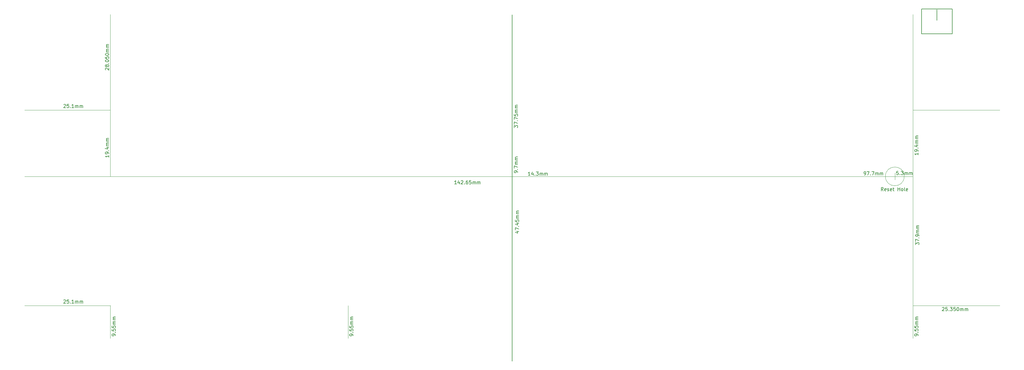
<source format=gbr>
G04 #@! TF.GenerationSoftware,KiCad,Pcbnew,(6.0.0-rc1-dev-1469-g932b9a334)*
G04 #@! TF.CreationDate,2019-09-07T17:34:57-07:00
G04 #@! TF.ProjectId,Laptreus-v2,4c617074-7265-4757-932d-76322e6b6963,rev?*
G04 #@! TF.SameCoordinates,Original*
G04 #@! TF.FileFunction,Drawing*
%FSLAX46Y46*%
G04 Gerber Fmt 4.6, Leading zero omitted, Abs format (unit mm)*
G04 Created by KiCad (PCBNEW (6.0.0-rc1-dev-1469-g932b9a334)) date Saturday, September 07, 2019 at 05:34:57 PM*
%MOMM*%
%LPD*%
G04 APERTURE LIST*
%ADD10C,0.150000*%
%ADD11C,0.100000*%
G04 APERTURE END LIST*
D10*
X232988940Y-71493528D02*
X232988940Y-172993527D01*
D11*
G04 #@! TO.C,BOARD1*
X232999645Y-118895053D02*
X90349645Y-118895053D01*
X232999645Y-119095053D02*
X232999645Y-71645053D01*
D10*
X357299645Y-69995053D02*
X357299645Y-73145053D01*
D11*
X115449645Y-99495053D02*
X115449645Y-118895053D01*
X115449645Y-99495053D02*
X90349645Y-99495053D01*
X115449645Y-99495053D02*
X115449645Y-71445053D01*
X184999645Y-156795053D02*
X184999645Y-166345053D01*
X115449645Y-156795053D02*
X115449645Y-166345053D01*
X115469645Y-156795053D02*
X90369645Y-156795053D01*
X350299645Y-156795053D02*
X350299645Y-166345053D01*
X350299645Y-156795053D02*
X375649645Y-156795053D01*
X350299645Y-99495053D02*
X375649645Y-99495053D01*
X350299645Y-99495053D02*
X350299645Y-71445053D01*
X232999645Y-118895053D02*
X247299645Y-118895053D01*
X350299645Y-156795053D02*
X350299645Y-118895053D01*
X344999645Y-118895053D02*
X350299645Y-118895053D01*
X347750809Y-118895053D02*
G75*
G03X347750809Y-118895053I-2750164J0D01*
G01*
X247299645Y-118895053D02*
X344999645Y-118895053D01*
X344999645Y-118895053D02*
X344999645Y-117895053D01*
X344999645Y-118895053D02*
X344999645Y-119895053D01*
X350299645Y-118895053D02*
X350299645Y-99495053D01*
X232989645Y-118895053D02*
X232989645Y-166345053D01*
D10*
G04 #@! TO.C,J1*
X361769645Y-69795053D02*
X352829645Y-69795053D01*
X361769645Y-69795053D02*
X361769645Y-77095053D01*
X352829645Y-69795053D02*
X352829645Y-77095053D01*
X361769645Y-77095053D02*
X352829645Y-77095053D01*
G04 #@! TD*
G04 #@! TO.C,BOARD1*
X216759168Y-121147433D02*
X216187740Y-121147433D01*
X216473454Y-121147433D02*
X216473454Y-120147433D01*
X216378216Y-120290291D01*
X216282978Y-120385529D01*
X216187740Y-120433148D01*
X217616311Y-120480767D02*
X217616311Y-121147433D01*
X217378216Y-120099814D02*
X217140121Y-120814100D01*
X217759168Y-120814100D01*
X218092502Y-120242672D02*
X218140121Y-120195053D01*
X218235359Y-120147433D01*
X218473454Y-120147433D01*
X218568692Y-120195053D01*
X218616311Y-120242672D01*
X218663930Y-120337910D01*
X218663930Y-120433148D01*
X218616311Y-120576005D01*
X218044883Y-121147433D01*
X218663930Y-121147433D01*
X219092502Y-121052195D02*
X219140121Y-121099814D01*
X219092502Y-121147433D01*
X219044883Y-121099814D01*
X219092502Y-121052195D01*
X219092502Y-121147433D01*
X219997264Y-120147433D02*
X219806787Y-120147433D01*
X219711549Y-120195053D01*
X219663930Y-120242672D01*
X219568692Y-120385529D01*
X219521073Y-120576005D01*
X219521073Y-120956957D01*
X219568692Y-121052195D01*
X219616311Y-121099814D01*
X219711549Y-121147433D01*
X219902025Y-121147433D01*
X219997264Y-121099814D01*
X220044883Y-121052195D01*
X220092502Y-120956957D01*
X220092502Y-120718862D01*
X220044883Y-120623624D01*
X219997264Y-120576005D01*
X219902025Y-120528386D01*
X219711549Y-120528386D01*
X219616311Y-120576005D01*
X219568692Y-120623624D01*
X219521073Y-120718862D01*
X220997264Y-120147433D02*
X220521073Y-120147433D01*
X220473454Y-120623624D01*
X220521073Y-120576005D01*
X220616311Y-120528386D01*
X220854406Y-120528386D01*
X220949645Y-120576005D01*
X220997264Y-120623624D01*
X221044883Y-120718862D01*
X221044883Y-120956957D01*
X220997264Y-121052195D01*
X220949645Y-121099814D01*
X220854406Y-121147433D01*
X220616311Y-121147433D01*
X220521073Y-121099814D01*
X220473454Y-121052195D01*
X221473454Y-121147433D02*
X221473454Y-120480767D01*
X221473454Y-120576005D02*
X221521073Y-120528386D01*
X221616311Y-120480767D01*
X221759168Y-120480767D01*
X221854406Y-120528386D01*
X221902025Y-120623624D01*
X221902025Y-121147433D01*
X221902025Y-120623624D02*
X221949645Y-120528386D01*
X222044883Y-120480767D01*
X222187740Y-120480767D01*
X222282978Y-120528386D01*
X222330597Y-120623624D01*
X222330597Y-121147433D01*
X222806787Y-121147433D02*
X222806787Y-120480767D01*
X222806787Y-120576005D02*
X222854406Y-120528386D01*
X222949645Y-120480767D01*
X223092502Y-120480767D01*
X223187740Y-120528386D01*
X223235359Y-120623624D01*
X223235359Y-121147433D01*
X223235359Y-120623624D02*
X223282978Y-120528386D01*
X223378216Y-120480767D01*
X223521073Y-120480767D01*
X223616311Y-120528386D01*
X223663930Y-120623624D01*
X223663930Y-121147433D01*
X114972025Y-112723148D02*
X114972025Y-113294576D01*
X114972025Y-113008862D02*
X113972025Y-113008862D01*
X114114883Y-113104100D01*
X114210121Y-113199338D01*
X114257740Y-113294576D01*
X114972025Y-112246957D02*
X114972025Y-112056481D01*
X114924406Y-111961243D01*
X114876787Y-111913624D01*
X114733930Y-111818386D01*
X114543454Y-111770767D01*
X114162502Y-111770767D01*
X114067264Y-111818386D01*
X114019645Y-111866005D01*
X113972025Y-111961243D01*
X113972025Y-112151719D01*
X114019645Y-112246957D01*
X114067264Y-112294576D01*
X114162502Y-112342195D01*
X114400597Y-112342195D01*
X114495835Y-112294576D01*
X114543454Y-112246957D01*
X114591073Y-112151719D01*
X114591073Y-111961243D01*
X114543454Y-111866005D01*
X114495835Y-111818386D01*
X114400597Y-111770767D01*
X114876787Y-111342195D02*
X114924406Y-111294576D01*
X114972025Y-111342195D01*
X114924406Y-111389814D01*
X114876787Y-111342195D01*
X114972025Y-111342195D01*
X114305359Y-110437433D02*
X114972025Y-110437433D01*
X113924406Y-110675529D02*
X114638692Y-110913624D01*
X114638692Y-110294576D01*
X114972025Y-109913624D02*
X114305359Y-109913624D01*
X114400597Y-109913624D02*
X114352978Y-109866005D01*
X114305359Y-109770767D01*
X114305359Y-109627910D01*
X114352978Y-109532672D01*
X114448216Y-109485053D01*
X114972025Y-109485053D01*
X114448216Y-109485053D02*
X114352978Y-109437433D01*
X114305359Y-109342195D01*
X114305359Y-109199338D01*
X114352978Y-109104100D01*
X114448216Y-109056481D01*
X114972025Y-109056481D01*
X114972025Y-108580291D02*
X114305359Y-108580291D01*
X114400597Y-108580291D02*
X114352978Y-108532672D01*
X114305359Y-108437433D01*
X114305359Y-108294576D01*
X114352978Y-108199338D01*
X114448216Y-108151719D01*
X114972025Y-108151719D01*
X114448216Y-108151719D02*
X114352978Y-108104100D01*
X114305359Y-108008862D01*
X114305359Y-107866005D01*
X114352978Y-107770767D01*
X114448216Y-107723148D01*
X114972025Y-107723148D01*
X101800121Y-97852672D02*
X101847740Y-97805053D01*
X101942978Y-97757433D01*
X102181073Y-97757433D01*
X102276311Y-97805053D01*
X102323930Y-97852672D01*
X102371549Y-97947910D01*
X102371549Y-98043148D01*
X102323930Y-98186005D01*
X101752502Y-98757433D01*
X102371549Y-98757433D01*
X103276311Y-97757433D02*
X102800121Y-97757433D01*
X102752502Y-98233624D01*
X102800121Y-98186005D01*
X102895359Y-98138386D01*
X103133454Y-98138386D01*
X103228692Y-98186005D01*
X103276311Y-98233624D01*
X103323930Y-98328862D01*
X103323930Y-98566957D01*
X103276311Y-98662195D01*
X103228692Y-98709814D01*
X103133454Y-98757433D01*
X102895359Y-98757433D01*
X102800121Y-98709814D01*
X102752502Y-98662195D01*
X103752502Y-98662195D02*
X103800121Y-98709814D01*
X103752502Y-98757433D01*
X103704883Y-98709814D01*
X103752502Y-98662195D01*
X103752502Y-98757433D01*
X104752502Y-98757433D02*
X104181073Y-98757433D01*
X104466787Y-98757433D02*
X104466787Y-97757433D01*
X104371549Y-97900291D01*
X104276311Y-97995529D01*
X104181073Y-98043148D01*
X105181073Y-98757433D02*
X105181073Y-98090767D01*
X105181073Y-98186005D02*
X105228692Y-98138386D01*
X105323930Y-98090767D01*
X105466787Y-98090767D01*
X105562025Y-98138386D01*
X105609645Y-98233624D01*
X105609645Y-98757433D01*
X105609645Y-98233624D02*
X105657264Y-98138386D01*
X105752502Y-98090767D01*
X105895359Y-98090767D01*
X105990597Y-98138386D01*
X106038216Y-98233624D01*
X106038216Y-98757433D01*
X106514406Y-98757433D02*
X106514406Y-98090767D01*
X106514406Y-98186005D02*
X106562025Y-98138386D01*
X106657264Y-98090767D01*
X106800121Y-98090767D01*
X106895359Y-98138386D01*
X106942978Y-98233624D01*
X106942978Y-98757433D01*
X106942978Y-98233624D02*
X106990597Y-98138386D01*
X107085835Y-98090767D01*
X107228692Y-98090767D01*
X107323930Y-98138386D01*
X107371549Y-98233624D01*
X107371549Y-98757433D01*
X114077264Y-87696957D02*
X114029645Y-87649338D01*
X113982025Y-87554100D01*
X113982025Y-87316005D01*
X114029645Y-87220767D01*
X114077264Y-87173148D01*
X114172502Y-87125529D01*
X114267740Y-87125529D01*
X114410597Y-87173148D01*
X114982025Y-87744576D01*
X114982025Y-87125529D01*
X114410597Y-86554100D02*
X114362978Y-86649338D01*
X114315359Y-86696957D01*
X114220121Y-86744576D01*
X114172502Y-86744576D01*
X114077264Y-86696957D01*
X114029645Y-86649338D01*
X113982025Y-86554100D01*
X113982025Y-86363624D01*
X114029645Y-86268386D01*
X114077264Y-86220767D01*
X114172502Y-86173148D01*
X114220121Y-86173148D01*
X114315359Y-86220767D01*
X114362978Y-86268386D01*
X114410597Y-86363624D01*
X114410597Y-86554100D01*
X114458216Y-86649338D01*
X114505835Y-86696957D01*
X114601073Y-86744576D01*
X114791549Y-86744576D01*
X114886787Y-86696957D01*
X114934406Y-86649338D01*
X114982025Y-86554100D01*
X114982025Y-86363624D01*
X114934406Y-86268386D01*
X114886787Y-86220767D01*
X114791549Y-86173148D01*
X114601073Y-86173148D01*
X114505835Y-86220767D01*
X114458216Y-86268386D01*
X114410597Y-86363624D01*
X114886787Y-85744576D02*
X114934406Y-85696957D01*
X114982025Y-85744576D01*
X114934406Y-85792195D01*
X114886787Y-85744576D01*
X114982025Y-85744576D01*
X113982025Y-85077910D02*
X113982025Y-84982672D01*
X114029645Y-84887433D01*
X114077264Y-84839814D01*
X114172502Y-84792195D01*
X114362978Y-84744576D01*
X114601073Y-84744576D01*
X114791549Y-84792195D01*
X114886787Y-84839814D01*
X114934406Y-84887433D01*
X114982025Y-84982672D01*
X114982025Y-85077910D01*
X114934406Y-85173148D01*
X114886787Y-85220767D01*
X114791549Y-85268386D01*
X114601073Y-85316005D01*
X114362978Y-85316005D01*
X114172502Y-85268386D01*
X114077264Y-85220767D01*
X114029645Y-85173148D01*
X113982025Y-85077910D01*
X113982025Y-83839814D02*
X113982025Y-84316005D01*
X114458216Y-84363624D01*
X114410597Y-84316005D01*
X114362978Y-84220767D01*
X114362978Y-83982672D01*
X114410597Y-83887433D01*
X114458216Y-83839814D01*
X114553454Y-83792195D01*
X114791549Y-83792195D01*
X114886787Y-83839814D01*
X114934406Y-83887433D01*
X114982025Y-83982672D01*
X114982025Y-84220767D01*
X114934406Y-84316005D01*
X114886787Y-84363624D01*
X113982025Y-83173148D02*
X113982025Y-83077910D01*
X114029645Y-82982672D01*
X114077264Y-82935053D01*
X114172502Y-82887433D01*
X114362978Y-82839814D01*
X114601073Y-82839814D01*
X114791549Y-82887433D01*
X114886787Y-82935053D01*
X114934406Y-82982672D01*
X114982025Y-83077910D01*
X114982025Y-83173148D01*
X114934406Y-83268386D01*
X114886787Y-83316005D01*
X114791549Y-83363624D01*
X114601073Y-83411243D01*
X114362978Y-83411243D01*
X114172502Y-83363624D01*
X114077264Y-83316005D01*
X114029645Y-83268386D01*
X113982025Y-83173148D01*
X114982025Y-82411243D02*
X114315359Y-82411243D01*
X114410597Y-82411243D02*
X114362978Y-82363624D01*
X114315359Y-82268386D01*
X114315359Y-82125529D01*
X114362978Y-82030291D01*
X114458216Y-81982672D01*
X114982025Y-81982672D01*
X114458216Y-81982672D02*
X114362978Y-81935053D01*
X114315359Y-81839814D01*
X114315359Y-81696957D01*
X114362978Y-81601719D01*
X114458216Y-81554100D01*
X114982025Y-81554100D01*
X114982025Y-81077910D02*
X114315359Y-81077910D01*
X114410597Y-81077910D02*
X114362978Y-81030291D01*
X114315359Y-80935053D01*
X114315359Y-80792195D01*
X114362978Y-80696957D01*
X114458216Y-80649338D01*
X114982025Y-80649338D01*
X114458216Y-80649338D02*
X114362978Y-80601719D01*
X114315359Y-80506481D01*
X114315359Y-80363624D01*
X114362978Y-80268386D01*
X114458216Y-80220767D01*
X114982025Y-80220767D01*
X186482025Y-165549338D02*
X186482025Y-165358862D01*
X186434406Y-165263624D01*
X186386787Y-165216005D01*
X186243930Y-165120767D01*
X186053454Y-165073148D01*
X185672502Y-165073148D01*
X185577264Y-165120767D01*
X185529645Y-165168386D01*
X185482025Y-165263624D01*
X185482025Y-165454100D01*
X185529645Y-165549338D01*
X185577264Y-165596957D01*
X185672502Y-165644576D01*
X185910597Y-165644576D01*
X186005835Y-165596957D01*
X186053454Y-165549338D01*
X186101073Y-165454100D01*
X186101073Y-165263624D01*
X186053454Y-165168386D01*
X186005835Y-165120767D01*
X185910597Y-165073148D01*
X186386787Y-164644576D02*
X186434406Y-164596957D01*
X186482025Y-164644576D01*
X186434406Y-164692195D01*
X186386787Y-164644576D01*
X186482025Y-164644576D01*
X185482025Y-163692195D02*
X185482025Y-164168386D01*
X185958216Y-164216005D01*
X185910597Y-164168386D01*
X185862978Y-164073148D01*
X185862978Y-163835053D01*
X185910597Y-163739814D01*
X185958216Y-163692195D01*
X186053454Y-163644576D01*
X186291549Y-163644576D01*
X186386787Y-163692195D01*
X186434406Y-163739814D01*
X186482025Y-163835053D01*
X186482025Y-164073148D01*
X186434406Y-164168386D01*
X186386787Y-164216005D01*
X185482025Y-162739814D02*
X185482025Y-163216005D01*
X185958216Y-163263624D01*
X185910597Y-163216005D01*
X185862978Y-163120767D01*
X185862978Y-162882672D01*
X185910597Y-162787433D01*
X185958216Y-162739814D01*
X186053454Y-162692195D01*
X186291549Y-162692195D01*
X186386787Y-162739814D01*
X186434406Y-162787433D01*
X186482025Y-162882672D01*
X186482025Y-163120767D01*
X186434406Y-163216005D01*
X186386787Y-163263624D01*
X186482025Y-162263624D02*
X185815359Y-162263624D01*
X185910597Y-162263624D02*
X185862978Y-162216005D01*
X185815359Y-162120767D01*
X185815359Y-161977910D01*
X185862978Y-161882672D01*
X185958216Y-161835053D01*
X186482025Y-161835053D01*
X185958216Y-161835053D02*
X185862978Y-161787433D01*
X185815359Y-161692195D01*
X185815359Y-161549338D01*
X185862978Y-161454100D01*
X185958216Y-161406481D01*
X186482025Y-161406481D01*
X186482025Y-160930291D02*
X185815359Y-160930291D01*
X185910597Y-160930291D02*
X185862978Y-160882672D01*
X185815359Y-160787433D01*
X185815359Y-160644576D01*
X185862978Y-160549338D01*
X185958216Y-160501719D01*
X186482025Y-160501719D01*
X185958216Y-160501719D02*
X185862978Y-160454100D01*
X185815359Y-160358862D01*
X185815359Y-160216005D01*
X185862978Y-160120767D01*
X185958216Y-160073148D01*
X186482025Y-160073148D01*
X116932025Y-165549338D02*
X116932025Y-165358862D01*
X116884406Y-165263624D01*
X116836787Y-165216005D01*
X116693930Y-165120767D01*
X116503454Y-165073148D01*
X116122502Y-165073148D01*
X116027264Y-165120767D01*
X115979645Y-165168386D01*
X115932025Y-165263624D01*
X115932025Y-165454100D01*
X115979645Y-165549338D01*
X116027264Y-165596957D01*
X116122502Y-165644576D01*
X116360597Y-165644576D01*
X116455835Y-165596957D01*
X116503454Y-165549338D01*
X116551073Y-165454100D01*
X116551073Y-165263624D01*
X116503454Y-165168386D01*
X116455835Y-165120767D01*
X116360597Y-165073148D01*
X116836787Y-164644576D02*
X116884406Y-164596957D01*
X116932025Y-164644576D01*
X116884406Y-164692195D01*
X116836787Y-164644576D01*
X116932025Y-164644576D01*
X115932025Y-163692195D02*
X115932025Y-164168386D01*
X116408216Y-164216005D01*
X116360597Y-164168386D01*
X116312978Y-164073148D01*
X116312978Y-163835053D01*
X116360597Y-163739814D01*
X116408216Y-163692195D01*
X116503454Y-163644576D01*
X116741549Y-163644576D01*
X116836787Y-163692195D01*
X116884406Y-163739814D01*
X116932025Y-163835053D01*
X116932025Y-164073148D01*
X116884406Y-164168386D01*
X116836787Y-164216005D01*
X115932025Y-162739814D02*
X115932025Y-163216005D01*
X116408216Y-163263624D01*
X116360597Y-163216005D01*
X116312978Y-163120767D01*
X116312978Y-162882672D01*
X116360597Y-162787433D01*
X116408216Y-162739814D01*
X116503454Y-162692195D01*
X116741549Y-162692195D01*
X116836787Y-162739814D01*
X116884406Y-162787433D01*
X116932025Y-162882672D01*
X116932025Y-163120767D01*
X116884406Y-163216005D01*
X116836787Y-163263624D01*
X116932025Y-162263624D02*
X116265359Y-162263624D01*
X116360597Y-162263624D02*
X116312978Y-162216005D01*
X116265359Y-162120767D01*
X116265359Y-161977910D01*
X116312978Y-161882672D01*
X116408216Y-161835053D01*
X116932025Y-161835053D01*
X116408216Y-161835053D02*
X116312978Y-161787433D01*
X116265359Y-161692195D01*
X116265359Y-161549338D01*
X116312978Y-161454100D01*
X116408216Y-161406481D01*
X116932025Y-161406481D01*
X116932025Y-160930291D02*
X116265359Y-160930291D01*
X116360597Y-160930291D02*
X116312978Y-160882672D01*
X116265359Y-160787433D01*
X116265359Y-160644576D01*
X116312978Y-160549338D01*
X116408216Y-160501719D01*
X116932025Y-160501719D01*
X116408216Y-160501719D02*
X116312978Y-160454100D01*
X116265359Y-160358862D01*
X116265359Y-160216005D01*
X116312978Y-160120767D01*
X116408216Y-160073148D01*
X116932025Y-160073148D01*
X101800121Y-155162672D02*
X101847740Y-155115053D01*
X101942978Y-155067433D01*
X102181073Y-155067433D01*
X102276311Y-155115053D01*
X102323930Y-155162672D01*
X102371549Y-155257910D01*
X102371549Y-155353148D01*
X102323930Y-155496005D01*
X101752502Y-156067433D01*
X102371549Y-156067433D01*
X103276311Y-155067433D02*
X102800121Y-155067433D01*
X102752502Y-155543624D01*
X102800121Y-155496005D01*
X102895359Y-155448386D01*
X103133454Y-155448386D01*
X103228692Y-155496005D01*
X103276311Y-155543624D01*
X103323930Y-155638862D01*
X103323930Y-155876957D01*
X103276311Y-155972195D01*
X103228692Y-156019814D01*
X103133454Y-156067433D01*
X102895359Y-156067433D01*
X102800121Y-156019814D01*
X102752502Y-155972195D01*
X103752502Y-155972195D02*
X103800121Y-156019814D01*
X103752502Y-156067433D01*
X103704883Y-156019814D01*
X103752502Y-155972195D01*
X103752502Y-156067433D01*
X104752502Y-156067433D02*
X104181073Y-156067433D01*
X104466787Y-156067433D02*
X104466787Y-155067433D01*
X104371549Y-155210291D01*
X104276311Y-155305529D01*
X104181073Y-155353148D01*
X105181073Y-156067433D02*
X105181073Y-155400767D01*
X105181073Y-155496005D02*
X105228692Y-155448386D01*
X105323930Y-155400767D01*
X105466787Y-155400767D01*
X105562025Y-155448386D01*
X105609645Y-155543624D01*
X105609645Y-156067433D01*
X105609645Y-155543624D02*
X105657264Y-155448386D01*
X105752502Y-155400767D01*
X105895359Y-155400767D01*
X105990597Y-155448386D01*
X106038216Y-155543624D01*
X106038216Y-156067433D01*
X106514406Y-156067433D02*
X106514406Y-155400767D01*
X106514406Y-155496005D02*
X106562025Y-155448386D01*
X106657264Y-155400767D01*
X106800121Y-155400767D01*
X106895359Y-155448386D01*
X106942978Y-155543624D01*
X106942978Y-156067433D01*
X106942978Y-155543624D02*
X106990597Y-155448386D01*
X107085835Y-155400767D01*
X107228692Y-155400767D01*
X107323930Y-155448386D01*
X107371549Y-155543624D01*
X107371549Y-156067433D01*
X351782025Y-165549338D02*
X351782025Y-165358862D01*
X351734406Y-165263624D01*
X351686787Y-165216005D01*
X351543930Y-165120767D01*
X351353454Y-165073148D01*
X350972502Y-165073148D01*
X350877264Y-165120767D01*
X350829645Y-165168386D01*
X350782025Y-165263624D01*
X350782025Y-165454100D01*
X350829645Y-165549338D01*
X350877264Y-165596957D01*
X350972502Y-165644576D01*
X351210597Y-165644576D01*
X351305835Y-165596957D01*
X351353454Y-165549338D01*
X351401073Y-165454100D01*
X351401073Y-165263624D01*
X351353454Y-165168386D01*
X351305835Y-165120767D01*
X351210597Y-165073148D01*
X351686787Y-164644576D02*
X351734406Y-164596957D01*
X351782025Y-164644576D01*
X351734406Y-164692195D01*
X351686787Y-164644576D01*
X351782025Y-164644576D01*
X350782025Y-163692195D02*
X350782025Y-164168386D01*
X351258216Y-164216005D01*
X351210597Y-164168386D01*
X351162978Y-164073148D01*
X351162978Y-163835053D01*
X351210597Y-163739814D01*
X351258216Y-163692195D01*
X351353454Y-163644576D01*
X351591549Y-163644576D01*
X351686787Y-163692195D01*
X351734406Y-163739814D01*
X351782025Y-163835053D01*
X351782025Y-164073148D01*
X351734406Y-164168386D01*
X351686787Y-164216005D01*
X350782025Y-162739814D02*
X350782025Y-163216005D01*
X351258216Y-163263624D01*
X351210597Y-163216005D01*
X351162978Y-163120767D01*
X351162978Y-162882672D01*
X351210597Y-162787433D01*
X351258216Y-162739814D01*
X351353454Y-162692195D01*
X351591549Y-162692195D01*
X351686787Y-162739814D01*
X351734406Y-162787433D01*
X351782025Y-162882672D01*
X351782025Y-163120767D01*
X351734406Y-163216005D01*
X351686787Y-163263624D01*
X351782025Y-162263624D02*
X351115359Y-162263624D01*
X351210597Y-162263624D02*
X351162978Y-162216005D01*
X351115359Y-162120767D01*
X351115359Y-161977910D01*
X351162978Y-161882672D01*
X351258216Y-161835053D01*
X351782025Y-161835053D01*
X351258216Y-161835053D02*
X351162978Y-161787433D01*
X351115359Y-161692195D01*
X351115359Y-161549338D01*
X351162978Y-161454100D01*
X351258216Y-161406481D01*
X351782025Y-161406481D01*
X351782025Y-160930291D02*
X351115359Y-160930291D01*
X351210597Y-160930291D02*
X351162978Y-160882672D01*
X351115359Y-160787433D01*
X351115359Y-160644576D01*
X351162978Y-160549338D01*
X351258216Y-160501719D01*
X351782025Y-160501719D01*
X351258216Y-160501719D02*
X351162978Y-160454100D01*
X351115359Y-160358862D01*
X351115359Y-160216005D01*
X351162978Y-160120767D01*
X351258216Y-160073148D01*
X351782025Y-160073148D01*
X358877740Y-157382672D02*
X358925359Y-157335053D01*
X359020597Y-157287433D01*
X359258692Y-157287433D01*
X359353930Y-157335053D01*
X359401549Y-157382672D01*
X359449168Y-157477910D01*
X359449168Y-157573148D01*
X359401549Y-157716005D01*
X358830121Y-158287433D01*
X359449168Y-158287433D01*
X360353930Y-157287433D02*
X359877740Y-157287433D01*
X359830121Y-157763624D01*
X359877740Y-157716005D01*
X359972978Y-157668386D01*
X360211073Y-157668386D01*
X360306311Y-157716005D01*
X360353930Y-157763624D01*
X360401549Y-157858862D01*
X360401549Y-158096957D01*
X360353930Y-158192195D01*
X360306311Y-158239814D01*
X360211073Y-158287433D01*
X359972978Y-158287433D01*
X359877740Y-158239814D01*
X359830121Y-158192195D01*
X360830121Y-158192195D02*
X360877740Y-158239814D01*
X360830121Y-158287433D01*
X360782502Y-158239814D01*
X360830121Y-158192195D01*
X360830121Y-158287433D01*
X361211073Y-157287433D02*
X361830121Y-157287433D01*
X361496787Y-157668386D01*
X361639645Y-157668386D01*
X361734883Y-157716005D01*
X361782502Y-157763624D01*
X361830121Y-157858862D01*
X361830121Y-158096957D01*
X361782502Y-158192195D01*
X361734883Y-158239814D01*
X361639645Y-158287433D01*
X361353930Y-158287433D01*
X361258692Y-158239814D01*
X361211073Y-158192195D01*
X362734883Y-157287433D02*
X362258692Y-157287433D01*
X362211073Y-157763624D01*
X362258692Y-157716005D01*
X362353930Y-157668386D01*
X362592025Y-157668386D01*
X362687264Y-157716005D01*
X362734883Y-157763624D01*
X362782502Y-157858862D01*
X362782502Y-158096957D01*
X362734883Y-158192195D01*
X362687264Y-158239814D01*
X362592025Y-158287433D01*
X362353930Y-158287433D01*
X362258692Y-158239814D01*
X362211073Y-158192195D01*
X363401549Y-157287433D02*
X363496787Y-157287433D01*
X363592025Y-157335053D01*
X363639645Y-157382672D01*
X363687264Y-157477910D01*
X363734883Y-157668386D01*
X363734883Y-157906481D01*
X363687264Y-158096957D01*
X363639645Y-158192195D01*
X363592025Y-158239814D01*
X363496787Y-158287433D01*
X363401549Y-158287433D01*
X363306311Y-158239814D01*
X363258692Y-158192195D01*
X363211073Y-158096957D01*
X363163454Y-157906481D01*
X363163454Y-157668386D01*
X363211073Y-157477910D01*
X363258692Y-157382672D01*
X363306311Y-157335053D01*
X363401549Y-157287433D01*
X364163454Y-158287433D02*
X364163454Y-157620767D01*
X364163454Y-157716005D02*
X364211073Y-157668386D01*
X364306311Y-157620767D01*
X364449168Y-157620767D01*
X364544406Y-157668386D01*
X364592025Y-157763624D01*
X364592025Y-158287433D01*
X364592025Y-157763624D02*
X364639645Y-157668386D01*
X364734883Y-157620767D01*
X364877740Y-157620767D01*
X364972978Y-157668386D01*
X365020597Y-157763624D01*
X365020597Y-158287433D01*
X365496787Y-158287433D02*
X365496787Y-157620767D01*
X365496787Y-157716005D02*
X365544406Y-157668386D01*
X365639645Y-157620767D01*
X365782502Y-157620767D01*
X365877740Y-157668386D01*
X365925359Y-157763624D01*
X365925359Y-158287433D01*
X365925359Y-157763624D02*
X365972978Y-157668386D01*
X366068216Y-157620767D01*
X366211073Y-157620767D01*
X366306311Y-157668386D01*
X366353930Y-157763624D01*
X366353930Y-158287433D01*
X238311549Y-118597433D02*
X237740121Y-118597433D01*
X238025835Y-118597433D02*
X238025835Y-117597433D01*
X237930597Y-117740291D01*
X237835359Y-117835529D01*
X237740121Y-117883148D01*
X239168692Y-117930767D02*
X239168692Y-118597433D01*
X238930597Y-117549814D02*
X238692502Y-118264100D01*
X239311549Y-118264100D01*
X239692502Y-118502195D02*
X239740121Y-118549814D01*
X239692502Y-118597433D01*
X239644883Y-118549814D01*
X239692502Y-118502195D01*
X239692502Y-118597433D01*
X240073454Y-117597433D02*
X240692502Y-117597433D01*
X240359168Y-117978386D01*
X240502025Y-117978386D01*
X240597264Y-118026005D01*
X240644883Y-118073624D01*
X240692502Y-118168862D01*
X240692502Y-118406957D01*
X240644883Y-118502195D01*
X240597264Y-118549814D01*
X240502025Y-118597433D01*
X240216311Y-118597433D01*
X240121073Y-118549814D01*
X240073454Y-118502195D01*
X241121073Y-118597433D02*
X241121073Y-117930767D01*
X241121073Y-118026005D02*
X241168692Y-117978386D01*
X241263930Y-117930767D01*
X241406787Y-117930767D01*
X241502025Y-117978386D01*
X241549645Y-118073624D01*
X241549645Y-118597433D01*
X241549645Y-118073624D02*
X241597264Y-117978386D01*
X241692502Y-117930767D01*
X241835359Y-117930767D01*
X241930597Y-117978386D01*
X241978216Y-118073624D01*
X241978216Y-118597433D01*
X242454406Y-118597433D02*
X242454406Y-117930767D01*
X242454406Y-118026005D02*
X242502025Y-117978386D01*
X242597264Y-117930767D01*
X242740121Y-117930767D01*
X242835359Y-117978386D01*
X242882978Y-118073624D01*
X242882978Y-118597433D01*
X242882978Y-118073624D02*
X242930597Y-117978386D01*
X243025835Y-117930767D01*
X243168692Y-117930767D01*
X243263930Y-117978386D01*
X243311549Y-118073624D01*
X243311549Y-118597433D01*
X234622025Y-117733148D02*
X234622025Y-117542672D01*
X234574406Y-117447433D01*
X234526787Y-117399814D01*
X234383930Y-117304576D01*
X234193454Y-117256957D01*
X233812502Y-117256957D01*
X233717264Y-117304576D01*
X233669645Y-117352195D01*
X233622025Y-117447433D01*
X233622025Y-117637910D01*
X233669645Y-117733148D01*
X233717264Y-117780767D01*
X233812502Y-117828386D01*
X234050597Y-117828386D01*
X234145835Y-117780767D01*
X234193454Y-117733148D01*
X234241073Y-117637910D01*
X234241073Y-117447433D01*
X234193454Y-117352195D01*
X234145835Y-117304576D01*
X234050597Y-117256957D01*
X234526787Y-116828386D02*
X234574406Y-116780767D01*
X234622025Y-116828386D01*
X234574406Y-116876005D01*
X234526787Y-116828386D01*
X234622025Y-116828386D01*
X233622025Y-116447433D02*
X233622025Y-115780767D01*
X234622025Y-116209338D01*
X234622025Y-115399814D02*
X233955359Y-115399814D01*
X234050597Y-115399814D02*
X234002978Y-115352195D01*
X233955359Y-115256957D01*
X233955359Y-115114100D01*
X234002978Y-115018862D01*
X234098216Y-114971243D01*
X234622025Y-114971243D01*
X234098216Y-114971243D02*
X234002978Y-114923624D01*
X233955359Y-114828386D01*
X233955359Y-114685529D01*
X234002978Y-114590291D01*
X234098216Y-114542672D01*
X234622025Y-114542672D01*
X234622025Y-114066481D02*
X233955359Y-114066481D01*
X234050597Y-114066481D02*
X234002978Y-114018862D01*
X233955359Y-113923624D01*
X233955359Y-113780767D01*
X234002978Y-113685529D01*
X234098216Y-113637910D01*
X234622025Y-113637910D01*
X234098216Y-113637910D02*
X234002978Y-113590291D01*
X233955359Y-113495053D01*
X233955359Y-113352195D01*
X234002978Y-113256957D01*
X234098216Y-113209338D01*
X234622025Y-113209338D01*
X233652025Y-104578386D02*
X233652025Y-103959338D01*
X234032978Y-104292672D01*
X234032978Y-104149814D01*
X234080597Y-104054576D01*
X234128216Y-104006957D01*
X234223454Y-103959338D01*
X234461549Y-103959338D01*
X234556787Y-104006957D01*
X234604406Y-104054576D01*
X234652025Y-104149814D01*
X234652025Y-104435529D01*
X234604406Y-104530767D01*
X234556787Y-104578386D01*
X233652025Y-103626005D02*
X233652025Y-102959338D01*
X234652025Y-103387910D01*
X234556787Y-102578386D02*
X234604406Y-102530767D01*
X234652025Y-102578386D01*
X234604406Y-102626005D01*
X234556787Y-102578386D01*
X234652025Y-102578386D01*
X233652025Y-102197433D02*
X233652025Y-101530767D01*
X234652025Y-101959338D01*
X233652025Y-100673624D02*
X233652025Y-101149814D01*
X234128216Y-101197433D01*
X234080597Y-101149814D01*
X234032978Y-101054576D01*
X234032978Y-100816481D01*
X234080597Y-100721243D01*
X234128216Y-100673624D01*
X234223454Y-100626005D01*
X234461549Y-100626005D01*
X234556787Y-100673624D01*
X234604406Y-100721243D01*
X234652025Y-100816481D01*
X234652025Y-101054576D01*
X234604406Y-101149814D01*
X234556787Y-101197433D01*
X234652025Y-100197433D02*
X233985359Y-100197433D01*
X234080597Y-100197433D02*
X234032978Y-100149814D01*
X233985359Y-100054576D01*
X233985359Y-99911719D01*
X234032978Y-99816481D01*
X234128216Y-99768862D01*
X234652025Y-99768862D01*
X234128216Y-99768862D02*
X234032978Y-99721243D01*
X233985359Y-99626005D01*
X233985359Y-99483148D01*
X234032978Y-99387910D01*
X234128216Y-99340291D01*
X234652025Y-99340291D01*
X234652025Y-98864100D02*
X233985359Y-98864100D01*
X234080597Y-98864100D02*
X234032978Y-98816481D01*
X233985359Y-98721243D01*
X233985359Y-98578386D01*
X234032978Y-98483148D01*
X234128216Y-98435529D01*
X234652025Y-98435529D01*
X234128216Y-98435529D02*
X234032978Y-98387910D01*
X233985359Y-98292672D01*
X233985359Y-98149814D01*
X234032978Y-98054576D01*
X234128216Y-98006957D01*
X234652025Y-98006957D01*
X351082025Y-138912195D02*
X351082025Y-138293148D01*
X351462978Y-138626481D01*
X351462978Y-138483624D01*
X351510597Y-138388386D01*
X351558216Y-138340767D01*
X351653454Y-138293148D01*
X351891549Y-138293148D01*
X351986787Y-138340767D01*
X352034406Y-138388386D01*
X352082025Y-138483624D01*
X352082025Y-138769338D01*
X352034406Y-138864576D01*
X351986787Y-138912195D01*
X351082025Y-137959814D02*
X351082025Y-137293148D01*
X352082025Y-137721719D01*
X351986787Y-136912195D02*
X352034406Y-136864576D01*
X352082025Y-136912195D01*
X352034406Y-136959814D01*
X351986787Y-136912195D01*
X352082025Y-136912195D01*
X352082025Y-136388386D02*
X352082025Y-136197910D01*
X352034406Y-136102672D01*
X351986787Y-136055053D01*
X351843930Y-135959814D01*
X351653454Y-135912195D01*
X351272502Y-135912195D01*
X351177264Y-135959814D01*
X351129645Y-136007433D01*
X351082025Y-136102672D01*
X351082025Y-136293148D01*
X351129645Y-136388386D01*
X351177264Y-136436005D01*
X351272502Y-136483624D01*
X351510597Y-136483624D01*
X351605835Y-136436005D01*
X351653454Y-136388386D01*
X351701073Y-136293148D01*
X351701073Y-136102672D01*
X351653454Y-136007433D01*
X351605835Y-135959814D01*
X351510597Y-135912195D01*
X352082025Y-135483624D02*
X351415359Y-135483624D01*
X351510597Y-135483624D02*
X351462978Y-135436005D01*
X351415359Y-135340767D01*
X351415359Y-135197910D01*
X351462978Y-135102672D01*
X351558216Y-135055053D01*
X352082025Y-135055053D01*
X351558216Y-135055053D02*
X351462978Y-135007433D01*
X351415359Y-134912195D01*
X351415359Y-134769338D01*
X351462978Y-134674100D01*
X351558216Y-134626481D01*
X352082025Y-134626481D01*
X352082025Y-134150291D02*
X351415359Y-134150291D01*
X351510597Y-134150291D02*
X351462978Y-134102672D01*
X351415359Y-134007433D01*
X351415359Y-133864576D01*
X351462978Y-133769338D01*
X351558216Y-133721719D01*
X352082025Y-133721719D01*
X351558216Y-133721719D02*
X351462978Y-133674100D01*
X351415359Y-133578862D01*
X351415359Y-133436005D01*
X351462978Y-133340767D01*
X351558216Y-133293148D01*
X352082025Y-133293148D01*
X345990121Y-117407433D02*
X345513930Y-117407433D01*
X345466311Y-117883624D01*
X345513930Y-117836005D01*
X345609168Y-117788386D01*
X345847264Y-117788386D01*
X345942502Y-117836005D01*
X345990121Y-117883624D01*
X346037740Y-117978862D01*
X346037740Y-118216957D01*
X345990121Y-118312195D01*
X345942502Y-118359814D01*
X345847264Y-118407433D01*
X345609168Y-118407433D01*
X345513930Y-118359814D01*
X345466311Y-118312195D01*
X346466311Y-118312195D02*
X346513930Y-118359814D01*
X346466311Y-118407433D01*
X346418692Y-118359814D01*
X346466311Y-118312195D01*
X346466311Y-118407433D01*
X346847264Y-117407433D02*
X347466311Y-117407433D01*
X347132978Y-117788386D01*
X347275835Y-117788386D01*
X347371073Y-117836005D01*
X347418692Y-117883624D01*
X347466311Y-117978862D01*
X347466311Y-118216957D01*
X347418692Y-118312195D01*
X347371073Y-118359814D01*
X347275835Y-118407433D01*
X346990121Y-118407433D01*
X346894883Y-118359814D01*
X346847264Y-118312195D01*
X347894883Y-118407433D02*
X347894883Y-117740767D01*
X347894883Y-117836005D02*
X347942502Y-117788386D01*
X348037740Y-117740767D01*
X348180597Y-117740767D01*
X348275835Y-117788386D01*
X348323454Y-117883624D01*
X348323454Y-118407433D01*
X348323454Y-117883624D02*
X348371073Y-117788386D01*
X348466311Y-117740767D01*
X348609168Y-117740767D01*
X348704406Y-117788386D01*
X348752025Y-117883624D01*
X348752025Y-118407433D01*
X349228216Y-118407433D02*
X349228216Y-117740767D01*
X349228216Y-117836005D02*
X349275835Y-117788386D01*
X349371073Y-117740767D01*
X349513930Y-117740767D01*
X349609168Y-117788386D01*
X349656787Y-117883624D01*
X349656787Y-118407433D01*
X349656787Y-117883624D02*
X349704406Y-117788386D01*
X349799645Y-117740767D01*
X349942502Y-117740767D01*
X350037740Y-117788386D01*
X350085359Y-117883624D01*
X350085359Y-118407433D01*
X341603930Y-123127433D02*
X341270597Y-122651243D01*
X341032502Y-123127433D02*
X341032502Y-122127433D01*
X341413454Y-122127433D01*
X341508692Y-122175053D01*
X341556311Y-122222672D01*
X341603930Y-122317910D01*
X341603930Y-122460767D01*
X341556311Y-122556005D01*
X341508692Y-122603624D01*
X341413454Y-122651243D01*
X341032502Y-122651243D01*
X342413454Y-123079814D02*
X342318216Y-123127433D01*
X342127740Y-123127433D01*
X342032502Y-123079814D01*
X341984883Y-122984576D01*
X341984883Y-122603624D01*
X342032502Y-122508386D01*
X342127740Y-122460767D01*
X342318216Y-122460767D01*
X342413454Y-122508386D01*
X342461073Y-122603624D01*
X342461073Y-122698862D01*
X341984883Y-122794100D01*
X342842025Y-123079814D02*
X342937264Y-123127433D01*
X343127740Y-123127433D01*
X343222978Y-123079814D01*
X343270597Y-122984576D01*
X343270597Y-122936957D01*
X343222978Y-122841719D01*
X343127740Y-122794100D01*
X342984883Y-122794100D01*
X342889645Y-122746481D01*
X342842025Y-122651243D01*
X342842025Y-122603624D01*
X342889645Y-122508386D01*
X342984883Y-122460767D01*
X343127740Y-122460767D01*
X343222978Y-122508386D01*
X344080121Y-123079814D02*
X343984883Y-123127433D01*
X343794406Y-123127433D01*
X343699168Y-123079814D01*
X343651549Y-122984576D01*
X343651549Y-122603624D01*
X343699168Y-122508386D01*
X343794406Y-122460767D01*
X343984883Y-122460767D01*
X344080121Y-122508386D01*
X344127740Y-122603624D01*
X344127740Y-122698862D01*
X343651549Y-122794100D01*
X344413454Y-122460767D02*
X344794406Y-122460767D01*
X344556311Y-122127433D02*
X344556311Y-122984576D01*
X344603930Y-123079814D01*
X344699168Y-123127433D01*
X344794406Y-123127433D01*
X345889645Y-123127433D02*
X345889645Y-122127433D01*
X345889645Y-122603624D02*
X346461073Y-122603624D01*
X346461073Y-123127433D02*
X346461073Y-122127433D01*
X347080121Y-123127433D02*
X346984883Y-123079814D01*
X346937264Y-123032195D01*
X346889645Y-122936957D01*
X346889645Y-122651243D01*
X346937264Y-122556005D01*
X346984883Y-122508386D01*
X347080121Y-122460767D01*
X347222978Y-122460767D01*
X347318216Y-122508386D01*
X347365835Y-122556005D01*
X347413454Y-122651243D01*
X347413454Y-122936957D01*
X347365835Y-123032195D01*
X347318216Y-123079814D01*
X347222978Y-123127433D01*
X347080121Y-123127433D01*
X347984883Y-123127433D02*
X347889645Y-123079814D01*
X347842025Y-122984576D01*
X347842025Y-122127433D01*
X348746787Y-123079814D02*
X348651549Y-123127433D01*
X348461073Y-123127433D01*
X348365835Y-123079814D01*
X348318216Y-122984576D01*
X348318216Y-122603624D01*
X348365835Y-122508386D01*
X348461073Y-122460767D01*
X348651549Y-122460767D01*
X348746787Y-122508386D01*
X348794406Y-122603624D01*
X348794406Y-122698862D01*
X348318216Y-122794100D01*
X336035359Y-118487433D02*
X336225835Y-118487433D01*
X336321073Y-118439814D01*
X336368692Y-118392195D01*
X336463930Y-118249338D01*
X336511549Y-118058862D01*
X336511549Y-117677910D01*
X336463930Y-117582672D01*
X336416311Y-117535053D01*
X336321073Y-117487433D01*
X336130597Y-117487433D01*
X336035359Y-117535053D01*
X335987740Y-117582672D01*
X335940121Y-117677910D01*
X335940121Y-117916005D01*
X335987740Y-118011243D01*
X336035359Y-118058862D01*
X336130597Y-118106481D01*
X336321073Y-118106481D01*
X336416311Y-118058862D01*
X336463930Y-118011243D01*
X336511549Y-117916005D01*
X336844883Y-117487433D02*
X337511549Y-117487433D01*
X337082978Y-118487433D01*
X337892502Y-118392195D02*
X337940121Y-118439814D01*
X337892502Y-118487433D01*
X337844883Y-118439814D01*
X337892502Y-118392195D01*
X337892502Y-118487433D01*
X338273454Y-117487433D02*
X338940121Y-117487433D01*
X338511549Y-118487433D01*
X339321073Y-118487433D02*
X339321073Y-117820767D01*
X339321073Y-117916005D02*
X339368692Y-117868386D01*
X339463930Y-117820767D01*
X339606787Y-117820767D01*
X339702025Y-117868386D01*
X339749645Y-117963624D01*
X339749645Y-118487433D01*
X339749645Y-117963624D02*
X339797264Y-117868386D01*
X339892502Y-117820767D01*
X340035359Y-117820767D01*
X340130597Y-117868386D01*
X340178216Y-117963624D01*
X340178216Y-118487433D01*
X340654406Y-118487433D02*
X340654406Y-117820767D01*
X340654406Y-117916005D02*
X340702025Y-117868386D01*
X340797264Y-117820767D01*
X340940121Y-117820767D01*
X341035359Y-117868386D01*
X341082978Y-117963624D01*
X341082978Y-118487433D01*
X341082978Y-117963624D02*
X341130597Y-117868386D01*
X341225835Y-117820767D01*
X341368692Y-117820767D01*
X341463930Y-117868386D01*
X341511549Y-117963624D01*
X341511549Y-118487433D01*
X351792025Y-112003148D02*
X351792025Y-112574576D01*
X351792025Y-112288862D02*
X350792025Y-112288862D01*
X350934883Y-112384100D01*
X351030121Y-112479338D01*
X351077740Y-112574576D01*
X351792025Y-111526957D02*
X351792025Y-111336481D01*
X351744406Y-111241243D01*
X351696787Y-111193624D01*
X351553930Y-111098386D01*
X351363454Y-111050767D01*
X350982502Y-111050767D01*
X350887264Y-111098386D01*
X350839645Y-111146005D01*
X350792025Y-111241243D01*
X350792025Y-111431719D01*
X350839645Y-111526957D01*
X350887264Y-111574576D01*
X350982502Y-111622195D01*
X351220597Y-111622195D01*
X351315835Y-111574576D01*
X351363454Y-111526957D01*
X351411073Y-111431719D01*
X351411073Y-111241243D01*
X351363454Y-111146005D01*
X351315835Y-111098386D01*
X351220597Y-111050767D01*
X351696787Y-110622195D02*
X351744406Y-110574576D01*
X351792025Y-110622195D01*
X351744406Y-110669814D01*
X351696787Y-110622195D01*
X351792025Y-110622195D01*
X351125359Y-109717433D02*
X351792025Y-109717433D01*
X350744406Y-109955529D02*
X351458692Y-110193624D01*
X351458692Y-109574576D01*
X351792025Y-109193624D02*
X351125359Y-109193624D01*
X351220597Y-109193624D02*
X351172978Y-109146005D01*
X351125359Y-109050767D01*
X351125359Y-108907910D01*
X351172978Y-108812672D01*
X351268216Y-108765053D01*
X351792025Y-108765053D01*
X351268216Y-108765053D02*
X351172978Y-108717433D01*
X351125359Y-108622195D01*
X351125359Y-108479338D01*
X351172978Y-108384100D01*
X351268216Y-108336481D01*
X351792025Y-108336481D01*
X351792025Y-107860291D02*
X351125359Y-107860291D01*
X351220597Y-107860291D02*
X351172978Y-107812672D01*
X351125359Y-107717433D01*
X351125359Y-107574576D01*
X351172978Y-107479338D01*
X351268216Y-107431719D01*
X351792025Y-107431719D01*
X351268216Y-107431719D02*
X351172978Y-107384100D01*
X351125359Y-107288862D01*
X351125359Y-107146005D01*
X351172978Y-107050767D01*
X351268216Y-107003148D01*
X351792025Y-107003148D01*
X234315359Y-135034576D02*
X234982025Y-135034576D01*
X233934406Y-135272672D02*
X234648692Y-135510767D01*
X234648692Y-134891719D01*
X233982025Y-134606005D02*
X233982025Y-133939338D01*
X234982025Y-134367910D01*
X234886787Y-133558386D02*
X234934406Y-133510767D01*
X234982025Y-133558386D01*
X234934406Y-133606005D01*
X234886787Y-133558386D01*
X234982025Y-133558386D01*
X234315359Y-132653624D02*
X234982025Y-132653624D01*
X233934406Y-132891719D02*
X234648692Y-133129814D01*
X234648692Y-132510767D01*
X233982025Y-131653624D02*
X233982025Y-132129814D01*
X234458216Y-132177433D01*
X234410597Y-132129814D01*
X234362978Y-132034576D01*
X234362978Y-131796481D01*
X234410597Y-131701243D01*
X234458216Y-131653624D01*
X234553454Y-131606005D01*
X234791549Y-131606005D01*
X234886787Y-131653624D01*
X234934406Y-131701243D01*
X234982025Y-131796481D01*
X234982025Y-132034576D01*
X234934406Y-132129814D01*
X234886787Y-132177433D01*
X234982025Y-131177433D02*
X234315359Y-131177433D01*
X234410597Y-131177433D02*
X234362978Y-131129814D01*
X234315359Y-131034576D01*
X234315359Y-130891719D01*
X234362978Y-130796481D01*
X234458216Y-130748862D01*
X234982025Y-130748862D01*
X234458216Y-130748862D02*
X234362978Y-130701243D01*
X234315359Y-130606005D01*
X234315359Y-130463148D01*
X234362978Y-130367910D01*
X234458216Y-130320291D01*
X234982025Y-130320291D01*
X234982025Y-129844100D02*
X234315359Y-129844100D01*
X234410597Y-129844100D02*
X234362978Y-129796481D01*
X234315359Y-129701243D01*
X234315359Y-129558386D01*
X234362978Y-129463148D01*
X234458216Y-129415529D01*
X234982025Y-129415529D01*
X234458216Y-129415529D02*
X234362978Y-129367910D01*
X234315359Y-129272672D01*
X234315359Y-129129814D01*
X234362978Y-129034576D01*
X234458216Y-128986957D01*
X234982025Y-128986957D01*
G04 #@! TD*
M02*

</source>
